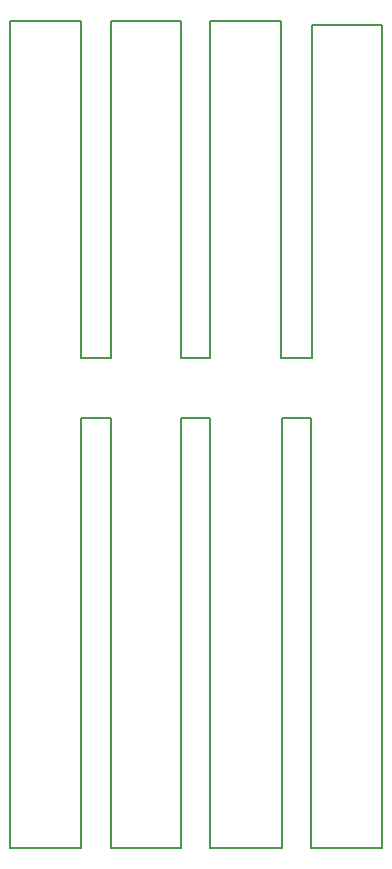
<source format=gbr>
G04 DesignSpark PCB Gerber Version 11.0 Build 5877*
G04 #@! TF.Part,Single*
%FSLAX35Y35*%
%MOIN*%
%ADD22C,0.00500*%
G04 #@! TD.AperFunction*
X0Y0D02*
D02*
D22*
X250Y250D02*
Y275831D01*
X23888D01*
Y163331D01*
X33719D01*
Y275831D01*
X57341D01*
Y163331D01*
X67014D01*
Y275831D01*
X90648D01*
Y163331D01*
X100750D01*
Y274331D01*
X124364D01*
Y250D01*
X100589D01*
Y143331D01*
X90750D01*
Y250D01*
X66750D01*
Y143331D01*
X57250D01*
X57341Y250D01*
X33719D01*
Y143331D01*
X23888D01*
Y250D01*
X250D01*
X0Y0D02*
M02*

</source>
